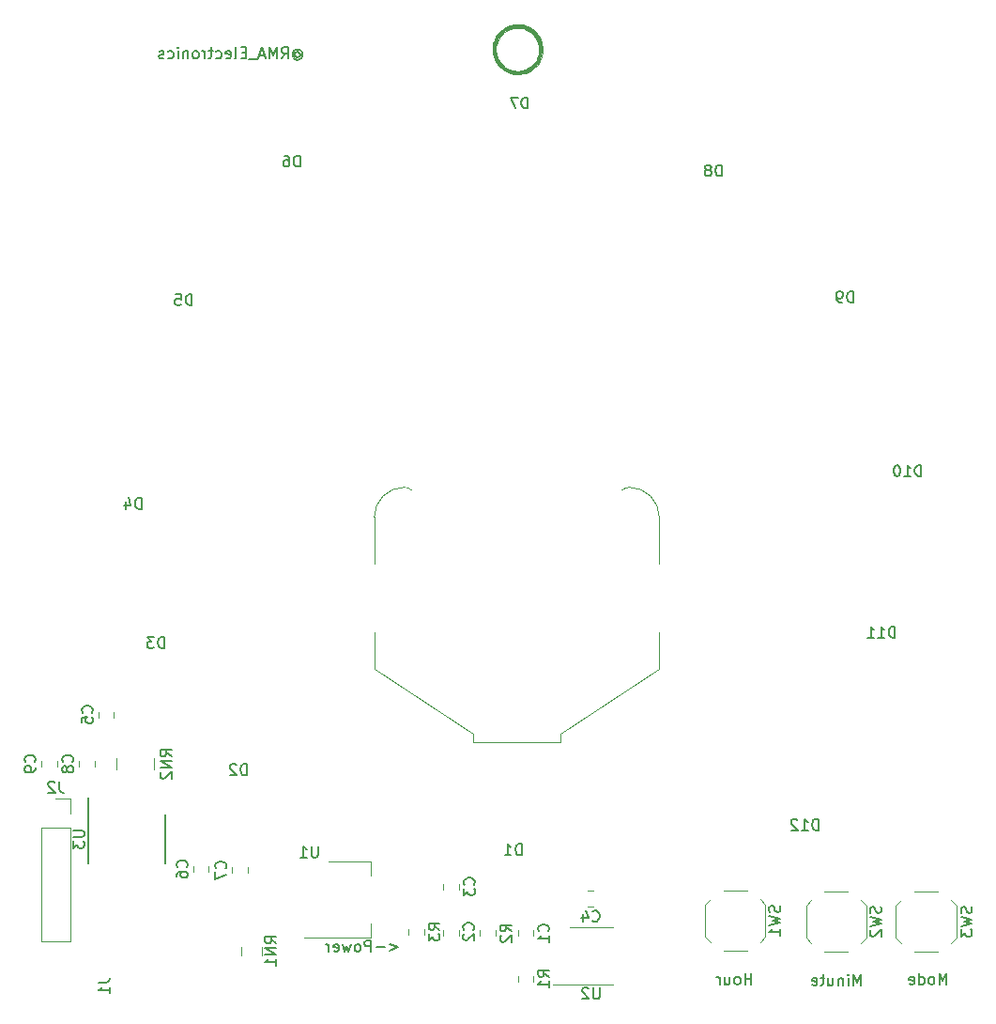
<source format=gbr>
G04 #@! TF.GenerationSoftware,KiCad,Pcbnew,5.1.5*
G04 #@! TF.CreationDate,2020-02-13T15:58:18-06:00*
G04 #@! TF.ProjectId,FJE Badge,464a4520-4261-4646-9765-2e6b69636164,rev?*
G04 #@! TF.SameCoordinates,Original*
G04 #@! TF.FileFunction,Legend,Bot*
G04 #@! TF.FilePolarity,Positive*
%FSLAX46Y46*%
G04 Gerber Fmt 4.6, Leading zero omitted, Abs format (unit mm)*
G04 Created by KiCad (PCBNEW 5.1.5) date 2020-02-13 15:58:18*
%MOMM*%
%LPD*%
G04 APERTURE LIST*
%ADD10C,0.150000*%
%ADD11C,0.010000*%
%ADD12C,0.120000*%
G04 APERTURE END LIST*
D10*
X135609523Y-57126190D02*
X135657142Y-57078571D01*
X135752380Y-57030952D01*
X135847619Y-57030952D01*
X135942857Y-57078571D01*
X135990476Y-57126190D01*
X136038095Y-57221428D01*
X136038095Y-57316666D01*
X135990476Y-57411904D01*
X135942857Y-57459523D01*
X135847619Y-57507142D01*
X135752380Y-57507142D01*
X135657142Y-57459523D01*
X135609523Y-57411904D01*
X135609523Y-57030952D02*
X135609523Y-57411904D01*
X135561904Y-57459523D01*
X135514285Y-57459523D01*
X135419047Y-57411904D01*
X135371428Y-57316666D01*
X135371428Y-57078571D01*
X135466666Y-56935714D01*
X135609523Y-56840476D01*
X135800000Y-56792857D01*
X135990476Y-56840476D01*
X136133333Y-56935714D01*
X136228571Y-57078571D01*
X136276190Y-57269047D01*
X136228571Y-57459523D01*
X136133333Y-57602380D01*
X135990476Y-57697619D01*
X135800000Y-57745238D01*
X135609523Y-57697619D01*
X135466666Y-57602380D01*
X134371428Y-57602380D02*
X134704761Y-57126190D01*
X134942857Y-57602380D02*
X134942857Y-56602380D01*
X134561904Y-56602380D01*
X134466666Y-56650000D01*
X134419047Y-56697619D01*
X134371428Y-56792857D01*
X134371428Y-56935714D01*
X134419047Y-57030952D01*
X134466666Y-57078571D01*
X134561904Y-57126190D01*
X134942857Y-57126190D01*
X133942857Y-57602380D02*
X133942857Y-56602380D01*
X133609523Y-57316666D01*
X133276190Y-56602380D01*
X133276190Y-57602380D01*
X132847619Y-57316666D02*
X132371428Y-57316666D01*
X132942857Y-57602380D02*
X132609523Y-56602380D01*
X132276190Y-57602380D01*
X132180952Y-57697619D02*
X131419047Y-57697619D01*
X131180952Y-57078571D02*
X130847619Y-57078571D01*
X130704761Y-57602380D02*
X131180952Y-57602380D01*
X131180952Y-56602380D01*
X130704761Y-56602380D01*
X130133333Y-57602380D02*
X130228571Y-57554761D01*
X130276190Y-57459523D01*
X130276190Y-56602380D01*
X129371428Y-57554761D02*
X129466666Y-57602380D01*
X129657142Y-57602380D01*
X129752380Y-57554761D01*
X129800000Y-57459523D01*
X129800000Y-57078571D01*
X129752380Y-56983333D01*
X129657142Y-56935714D01*
X129466666Y-56935714D01*
X129371428Y-56983333D01*
X129323809Y-57078571D01*
X129323809Y-57173809D01*
X129800000Y-57269047D01*
X128466666Y-57554761D02*
X128561904Y-57602380D01*
X128752380Y-57602380D01*
X128847619Y-57554761D01*
X128895238Y-57507142D01*
X128942857Y-57411904D01*
X128942857Y-57126190D01*
X128895238Y-57030952D01*
X128847619Y-56983333D01*
X128752380Y-56935714D01*
X128561904Y-56935714D01*
X128466666Y-56983333D01*
X128180952Y-56935714D02*
X127800000Y-56935714D01*
X128038095Y-56602380D02*
X128038095Y-57459523D01*
X127990476Y-57554761D01*
X127895238Y-57602380D01*
X127800000Y-57602380D01*
X127466666Y-57602380D02*
X127466666Y-56935714D01*
X127466666Y-57126190D02*
X127419047Y-57030952D01*
X127371428Y-56983333D01*
X127276190Y-56935714D01*
X127180952Y-56935714D01*
X126704761Y-57602380D02*
X126800000Y-57554761D01*
X126847619Y-57507142D01*
X126895238Y-57411904D01*
X126895238Y-57126190D01*
X126847619Y-57030952D01*
X126800000Y-56983333D01*
X126704761Y-56935714D01*
X126561904Y-56935714D01*
X126466666Y-56983333D01*
X126419047Y-57030952D01*
X126371428Y-57126190D01*
X126371428Y-57411904D01*
X126419047Y-57507142D01*
X126466666Y-57554761D01*
X126561904Y-57602380D01*
X126704761Y-57602380D01*
X125942857Y-56935714D02*
X125942857Y-57602380D01*
X125942857Y-57030952D02*
X125895238Y-56983333D01*
X125800000Y-56935714D01*
X125657142Y-56935714D01*
X125561904Y-56983333D01*
X125514285Y-57078571D01*
X125514285Y-57602380D01*
X125038095Y-57602380D02*
X125038095Y-56935714D01*
X125038095Y-56602380D02*
X125085714Y-56650000D01*
X125038095Y-56697619D01*
X124990476Y-56650000D01*
X125038095Y-56602380D01*
X125038095Y-56697619D01*
X124133333Y-57554761D02*
X124228571Y-57602380D01*
X124419047Y-57602380D01*
X124514285Y-57554761D01*
X124561904Y-57507142D01*
X124609523Y-57411904D01*
X124609523Y-57126190D01*
X124561904Y-57030952D01*
X124514285Y-56983333D01*
X124419047Y-56935714D01*
X124228571Y-56935714D01*
X124133333Y-56983333D01*
X123752380Y-57554761D02*
X123657142Y-57602380D01*
X123466666Y-57602380D01*
X123371428Y-57554761D01*
X123323809Y-57459523D01*
X123323809Y-57411904D01*
X123371428Y-57316666D01*
X123466666Y-57269047D01*
X123609523Y-57269047D01*
X123704761Y-57221428D01*
X123752380Y-57126190D01*
X123752380Y-57078571D01*
X123704761Y-56983333D01*
X123609523Y-56935714D01*
X123466666Y-56935714D01*
X123371428Y-56983333D01*
X176750000Y-141052380D02*
X176750000Y-140052380D01*
X176750000Y-140528571D02*
X176178571Y-140528571D01*
X176178571Y-141052380D02*
X176178571Y-140052380D01*
X175559523Y-141052380D02*
X175654761Y-141004761D01*
X175702380Y-140957142D01*
X175750000Y-140861904D01*
X175750000Y-140576190D01*
X175702380Y-140480952D01*
X175654761Y-140433333D01*
X175559523Y-140385714D01*
X175416666Y-140385714D01*
X175321428Y-140433333D01*
X175273809Y-140480952D01*
X175226190Y-140576190D01*
X175226190Y-140861904D01*
X175273809Y-140957142D01*
X175321428Y-141004761D01*
X175416666Y-141052380D01*
X175559523Y-141052380D01*
X174369047Y-140385714D02*
X174369047Y-141052380D01*
X174797619Y-140385714D02*
X174797619Y-140909523D01*
X174750000Y-141004761D01*
X174654761Y-141052380D01*
X174511904Y-141052380D01*
X174416666Y-141004761D01*
X174369047Y-140957142D01*
X173892857Y-141052380D02*
X173892857Y-140385714D01*
X173892857Y-140576190D02*
X173845238Y-140480952D01*
X173797619Y-140433333D01*
X173702380Y-140385714D01*
X173607142Y-140385714D01*
X186640476Y-141152380D02*
X186640476Y-140152380D01*
X186307142Y-140866666D01*
X185973809Y-140152380D01*
X185973809Y-141152380D01*
X185497619Y-141152380D02*
X185497619Y-140485714D01*
X185497619Y-140152380D02*
X185545238Y-140200000D01*
X185497619Y-140247619D01*
X185450000Y-140200000D01*
X185497619Y-140152380D01*
X185497619Y-140247619D01*
X185021428Y-140485714D02*
X185021428Y-141152380D01*
X185021428Y-140580952D02*
X184973809Y-140533333D01*
X184878571Y-140485714D01*
X184735714Y-140485714D01*
X184640476Y-140533333D01*
X184592857Y-140628571D01*
X184592857Y-141152380D01*
X183688095Y-140485714D02*
X183688095Y-141152380D01*
X184116666Y-140485714D02*
X184116666Y-141009523D01*
X184069047Y-141104761D01*
X183973809Y-141152380D01*
X183830952Y-141152380D01*
X183735714Y-141104761D01*
X183688095Y-141057142D01*
X183354761Y-140485714D02*
X182973809Y-140485714D01*
X183211904Y-140152380D02*
X183211904Y-141009523D01*
X183164285Y-141104761D01*
X183069047Y-141152380D01*
X182973809Y-141152380D01*
X182259523Y-141104761D02*
X182354761Y-141152380D01*
X182545238Y-141152380D01*
X182640476Y-141104761D01*
X182688095Y-141009523D01*
X182688095Y-140628571D01*
X182640476Y-140533333D01*
X182545238Y-140485714D01*
X182354761Y-140485714D01*
X182259523Y-140533333D01*
X182211904Y-140628571D01*
X182211904Y-140723809D01*
X182688095Y-140819047D01*
X194366666Y-141052380D02*
X194366666Y-140052380D01*
X194033333Y-140766666D01*
X193700000Y-140052380D01*
X193700000Y-141052380D01*
X193080952Y-141052380D02*
X193176190Y-141004761D01*
X193223809Y-140957142D01*
X193271428Y-140861904D01*
X193271428Y-140576190D01*
X193223809Y-140480952D01*
X193176190Y-140433333D01*
X193080952Y-140385714D01*
X192938095Y-140385714D01*
X192842857Y-140433333D01*
X192795238Y-140480952D01*
X192747619Y-140576190D01*
X192747619Y-140861904D01*
X192795238Y-140957142D01*
X192842857Y-141004761D01*
X192938095Y-141052380D01*
X193080952Y-141052380D01*
X191890476Y-141052380D02*
X191890476Y-140052380D01*
X191890476Y-141004761D02*
X191985714Y-141052380D01*
X192176190Y-141052380D01*
X192271428Y-141004761D01*
X192319047Y-140957142D01*
X192366666Y-140861904D01*
X192366666Y-140576190D01*
X192319047Y-140480952D01*
X192271428Y-140433333D01*
X192176190Y-140385714D01*
X191985714Y-140385714D01*
X191890476Y-140433333D01*
X191033333Y-141004761D02*
X191128571Y-141052380D01*
X191319047Y-141052380D01*
X191414285Y-141004761D01*
X191461904Y-140909523D01*
X191461904Y-140528571D01*
X191414285Y-140433333D01*
X191319047Y-140385714D01*
X191128571Y-140385714D01*
X191033333Y-140433333D01*
X190985714Y-140528571D01*
X190985714Y-140623809D01*
X191461904Y-140719047D01*
D11*
G36*
X156168207Y-54574160D02*
G01*
X156560583Y-54698435D01*
X156923019Y-54893163D01*
X157252801Y-55160444D01*
X157520040Y-55477347D01*
X157722131Y-55833691D01*
X157856466Y-56219297D01*
X157920437Y-56623986D01*
X157911438Y-57037576D01*
X157826861Y-57449888D01*
X157675009Y-57829397D01*
X157469551Y-58152699D01*
X157202316Y-58444276D01*
X156891030Y-58688973D01*
X156553422Y-58871636D01*
X156382553Y-58934274D01*
X156175302Y-58984347D01*
X155934182Y-59021974D01*
X155692336Y-59043602D01*
X155482903Y-59045677D01*
X155405833Y-59038988D01*
X155006820Y-58946360D01*
X154625178Y-58783843D01*
X154275799Y-58561227D01*
X153973570Y-58288304D01*
X153733382Y-57974866D01*
X153698753Y-57916429D01*
X153584838Y-57670113D01*
X153489783Y-57378790D01*
X153423354Y-57079015D01*
X153399913Y-56851846D01*
X153709446Y-56851846D01*
X153762696Y-57225333D01*
X153890790Y-57587477D01*
X154093644Y-57928256D01*
X154269372Y-58137575D01*
X154574071Y-58398887D01*
X154914507Y-58587051D01*
X155280931Y-58700333D01*
X155663599Y-58736999D01*
X156052763Y-58695315D01*
X156438678Y-58573546D01*
X156518173Y-58537742D01*
X156859048Y-58330295D01*
X157146631Y-58060554D01*
X157373792Y-57737199D01*
X157533403Y-57368912D01*
X157563440Y-57265019D01*
X157624600Y-56871297D01*
X157605461Y-56485340D01*
X157510376Y-56116382D01*
X157343701Y-55773658D01*
X157109790Y-55466402D01*
X156812997Y-55203846D01*
X156503418Y-55017184D01*
X156339673Y-54939885D01*
X156207400Y-54890724D01*
X156075108Y-54862132D01*
X155911307Y-54846538D01*
X155763918Y-54839419D01*
X155355368Y-54855491D01*
X154990857Y-54941021D01*
X154661074Y-55099727D01*
X154356706Y-55335323D01*
X154246590Y-55444919D01*
X153999613Y-55763553D01*
X153827820Y-56110934D01*
X153731126Y-56477039D01*
X153709446Y-56851846D01*
X153399913Y-56851846D01*
X153395320Y-56807343D01*
X153395000Y-56779666D01*
X153417218Y-56518777D01*
X153477483Y-56226841D01*
X153566209Y-55939360D01*
X153673808Y-55691839D01*
X153702692Y-55640095D01*
X153952156Y-55297252D01*
X154253164Y-55013919D01*
X154595341Y-54792505D01*
X154968310Y-54635415D01*
X155361695Y-54545057D01*
X155765119Y-54523836D01*
X156168207Y-54574160D01*
G37*
X156168207Y-54574160D02*
X156560583Y-54698435D01*
X156923019Y-54893163D01*
X157252801Y-55160444D01*
X157520040Y-55477347D01*
X157722131Y-55833691D01*
X157856466Y-56219297D01*
X157920437Y-56623986D01*
X157911438Y-57037576D01*
X157826861Y-57449888D01*
X157675009Y-57829397D01*
X157469551Y-58152699D01*
X157202316Y-58444276D01*
X156891030Y-58688973D01*
X156553422Y-58871636D01*
X156382553Y-58934274D01*
X156175302Y-58984347D01*
X155934182Y-59021974D01*
X155692336Y-59043602D01*
X155482903Y-59045677D01*
X155405833Y-59038988D01*
X155006820Y-58946360D01*
X154625178Y-58783843D01*
X154275799Y-58561227D01*
X153973570Y-58288304D01*
X153733382Y-57974866D01*
X153698753Y-57916429D01*
X153584838Y-57670113D01*
X153489783Y-57378790D01*
X153423354Y-57079015D01*
X153399913Y-56851846D01*
X153709446Y-56851846D01*
X153762696Y-57225333D01*
X153890790Y-57587477D01*
X154093644Y-57928256D01*
X154269372Y-58137575D01*
X154574071Y-58398887D01*
X154914507Y-58587051D01*
X155280931Y-58700333D01*
X155663599Y-58736999D01*
X156052763Y-58695315D01*
X156438678Y-58573546D01*
X156518173Y-58537742D01*
X156859048Y-58330295D01*
X157146631Y-58060554D01*
X157373792Y-57737199D01*
X157533403Y-57368912D01*
X157563440Y-57265019D01*
X157624600Y-56871297D01*
X157605461Y-56485340D01*
X157510376Y-56116382D01*
X157343701Y-55773658D01*
X157109790Y-55466402D01*
X156812997Y-55203846D01*
X156503418Y-55017184D01*
X156339673Y-54939885D01*
X156207400Y-54890724D01*
X156075108Y-54862132D01*
X155911307Y-54846538D01*
X155763918Y-54839419D01*
X155355368Y-54855491D01*
X154990857Y-54941021D01*
X154661074Y-55099727D01*
X154356706Y-55335323D01*
X154246590Y-55444919D01*
X153999613Y-55763553D01*
X153827820Y-56110934D01*
X153731126Y-56477039D01*
X153709446Y-56851846D01*
X153399913Y-56851846D01*
X153395320Y-56807343D01*
X153395000Y-56779666D01*
X153417218Y-56518777D01*
X153477483Y-56226841D01*
X153566209Y-55939360D01*
X153673808Y-55691839D01*
X153702692Y-55640095D01*
X153952156Y-55297252D01*
X154253164Y-55013919D01*
X154595341Y-54792505D01*
X154968310Y-54635415D01*
X155361695Y-54545057D01*
X155765119Y-54523836D01*
X156168207Y-54574160D01*
D12*
X165078249Y-96528249D02*
G75*
G02X165750000Y-96250000I671751J-671751D01*
G01*
X146121751Y-96528249D02*
G75*
G03X145450000Y-96250000I-671751J-671751D01*
G01*
X142750000Y-98950000D02*
G75*
G02X145450000Y-96250000I2700000J0D01*
G01*
X168450000Y-98950000D02*
G75*
G03X165750000Y-96250000I-2700000J0D01*
G01*
X168450000Y-103100000D02*
X168450000Y-98900000D01*
X142750000Y-103100000D02*
X142750000Y-98900000D01*
X168450000Y-112600000D02*
X168450000Y-109300000D01*
X159550000Y-118450000D02*
X168450000Y-112600000D01*
X159550000Y-119250000D02*
X159550000Y-118450000D01*
X151650000Y-119250000D02*
X159550000Y-119250000D01*
X151650000Y-119250000D02*
X151650000Y-118450000D01*
X151650000Y-118450000D02*
X142750000Y-112600000D01*
X142750000Y-112600000D02*
X142750000Y-109300000D01*
X157110000Y-136696078D02*
X157110000Y-136178922D01*
X155690000Y-136696078D02*
X155690000Y-136178922D01*
X148990000Y-136178922D02*
X148990000Y-136696078D01*
X150410000Y-136178922D02*
X150410000Y-136696078D01*
X148990000Y-132496078D02*
X148990000Y-131978922D01*
X150410000Y-132496078D02*
X150410000Y-131978922D01*
X162003922Y-132590000D02*
X162521078Y-132590000D01*
X162003922Y-134010000D02*
X162521078Y-134010000D01*
X117840000Y-116478922D02*
X117840000Y-116996078D01*
X119260000Y-116478922D02*
X119260000Y-116996078D01*
X127810000Y-130403922D02*
X127810000Y-130921078D01*
X126390000Y-130403922D02*
X126390000Y-130921078D01*
X129890000Y-130503922D02*
X129890000Y-131021078D01*
X131310000Y-130503922D02*
X131310000Y-131021078D01*
X117510000Y-120903922D02*
X117510000Y-121421078D01*
X116090000Y-120903922D02*
X116090000Y-121421078D01*
X112690000Y-120903922D02*
X112690000Y-121421078D01*
X114110000Y-120903922D02*
X114110000Y-121421078D01*
X115330000Y-137140000D02*
X112670000Y-137140000D01*
X115330000Y-126920000D02*
X115330000Y-137140000D01*
X112670000Y-126920000D02*
X112670000Y-137140000D01*
X115330000Y-126920000D02*
X112670000Y-126920000D01*
X115330000Y-125650000D02*
X115330000Y-124320000D01*
X115330000Y-124320000D02*
X114000000Y-124320000D01*
X155690000Y-140796078D02*
X155690000Y-140278922D01*
X157110000Y-140796078D02*
X157110000Y-140278922D01*
X153710000Y-136696078D02*
X153710000Y-136178922D01*
X152290000Y-136696078D02*
X152290000Y-136178922D01*
X130780000Y-137650000D02*
X130780000Y-138450000D01*
X132620000Y-137650000D02*
X132620000Y-138450000D01*
X119520000Y-120700000D02*
X119520000Y-121700000D01*
X122880000Y-120700000D02*
X122880000Y-121700000D01*
X174260000Y-138020000D02*
X176340000Y-138020000D01*
X178020000Y-133850000D02*
X177530000Y-133360000D01*
X174260000Y-132580000D02*
X176340000Y-132580000D01*
X178020000Y-136750000D02*
X177530000Y-137240000D01*
X178020000Y-136750000D02*
X178020000Y-133850000D01*
X172580000Y-136750000D02*
X173070000Y-137240000D01*
X172580000Y-136750000D02*
X172580000Y-133850000D01*
X172580000Y-133850000D02*
X173070000Y-133360000D01*
X181680000Y-133950000D02*
X182170000Y-133460000D01*
X181680000Y-136850000D02*
X181680000Y-133950000D01*
X181680000Y-136850000D02*
X182170000Y-137340000D01*
X187120000Y-136850000D02*
X187120000Y-133950000D01*
X187120000Y-136850000D02*
X186630000Y-137340000D01*
X183360000Y-132680000D02*
X185440000Y-132680000D01*
X187120000Y-133950000D02*
X186630000Y-133460000D01*
X183360000Y-138120000D02*
X185440000Y-138120000D01*
X193540000Y-132680000D02*
X191460000Y-132680000D01*
X189780000Y-136850000D02*
X190270000Y-137340000D01*
X193540000Y-138120000D02*
X191460000Y-138120000D01*
X189780000Y-133950000D02*
X190270000Y-133460000D01*
X189780000Y-133950000D02*
X189780000Y-136850000D01*
X195220000Y-133950000D02*
X194730000Y-133460000D01*
X195220000Y-133950000D02*
X195220000Y-136850000D01*
X195220000Y-136850000D02*
X194730000Y-137340000D01*
X142410000Y-129990000D02*
X142410000Y-131250000D01*
X142410000Y-136810000D02*
X142410000Y-135550000D01*
X138650000Y-129990000D02*
X142410000Y-129990000D01*
X136400000Y-136810000D02*
X142410000Y-136810000D01*
X158850000Y-141060000D02*
X164250000Y-141060000D01*
X160350000Y-135940000D02*
X164250000Y-135940000D01*
D10*
X123875000Y-125725000D02*
X123875000Y-130175000D01*
X116975000Y-124200000D02*
X116975000Y-130175000D01*
D12*
X147260000Y-136103922D02*
X147260000Y-136621078D01*
X145840000Y-136103922D02*
X145840000Y-136621078D01*
D10*
X156038095Y-129402380D02*
X156038095Y-128402380D01*
X155800000Y-128402380D01*
X155657142Y-128450000D01*
X155561904Y-128545238D01*
X155514285Y-128640476D01*
X155466666Y-128830952D01*
X155466666Y-128973809D01*
X155514285Y-129164285D01*
X155561904Y-129259523D01*
X155657142Y-129354761D01*
X155800000Y-129402380D01*
X156038095Y-129402380D01*
X154514285Y-129402380D02*
X155085714Y-129402380D01*
X154800000Y-129402380D02*
X154800000Y-128402380D01*
X154895238Y-128545238D01*
X154990476Y-128640476D01*
X155085714Y-128688095D01*
X158407142Y-136270833D02*
X158454761Y-136223214D01*
X158502380Y-136080357D01*
X158502380Y-135985119D01*
X158454761Y-135842261D01*
X158359523Y-135747023D01*
X158264285Y-135699404D01*
X158073809Y-135651785D01*
X157930952Y-135651785D01*
X157740476Y-135699404D01*
X157645238Y-135747023D01*
X157550000Y-135842261D01*
X157502380Y-135985119D01*
X157502380Y-136080357D01*
X157550000Y-136223214D01*
X157597619Y-136270833D01*
X158502380Y-137223214D02*
X158502380Y-136651785D01*
X158502380Y-136937500D02*
X157502380Y-136937500D01*
X157645238Y-136842261D01*
X157740476Y-136747023D01*
X157788095Y-136651785D01*
X151657142Y-136133333D02*
X151704761Y-136085714D01*
X151752380Y-135942857D01*
X151752380Y-135847619D01*
X151704761Y-135704761D01*
X151609523Y-135609523D01*
X151514285Y-135561904D01*
X151323809Y-135514285D01*
X151180952Y-135514285D01*
X150990476Y-135561904D01*
X150895238Y-135609523D01*
X150800000Y-135704761D01*
X150752380Y-135847619D01*
X150752380Y-135942857D01*
X150800000Y-136085714D01*
X150847619Y-136133333D01*
X150847619Y-136514285D02*
X150800000Y-136561904D01*
X150752380Y-136657142D01*
X150752380Y-136895238D01*
X150800000Y-136990476D01*
X150847619Y-137038095D01*
X150942857Y-137085714D01*
X151038095Y-137085714D01*
X151180952Y-137038095D01*
X151752380Y-136466666D01*
X151752380Y-137085714D01*
X151707142Y-132070833D02*
X151754761Y-132023214D01*
X151802380Y-131880357D01*
X151802380Y-131785119D01*
X151754761Y-131642261D01*
X151659523Y-131547023D01*
X151564285Y-131499404D01*
X151373809Y-131451785D01*
X151230952Y-131451785D01*
X151040476Y-131499404D01*
X150945238Y-131547023D01*
X150850000Y-131642261D01*
X150802380Y-131785119D01*
X150802380Y-131880357D01*
X150850000Y-132023214D01*
X150897619Y-132070833D01*
X150802380Y-132404166D02*
X150802380Y-133023214D01*
X151183333Y-132689880D01*
X151183333Y-132832738D01*
X151230952Y-132927976D01*
X151278571Y-132975595D01*
X151373809Y-133023214D01*
X151611904Y-133023214D01*
X151707142Y-132975595D01*
X151754761Y-132927976D01*
X151802380Y-132832738D01*
X151802380Y-132547023D01*
X151754761Y-132451785D01*
X151707142Y-132404166D01*
X162429166Y-135307142D02*
X162476785Y-135354761D01*
X162619642Y-135402380D01*
X162714880Y-135402380D01*
X162857738Y-135354761D01*
X162952976Y-135259523D01*
X163000595Y-135164285D01*
X163048214Y-134973809D01*
X163048214Y-134830952D01*
X163000595Y-134640476D01*
X162952976Y-134545238D01*
X162857738Y-134450000D01*
X162714880Y-134402380D01*
X162619642Y-134402380D01*
X162476785Y-134450000D01*
X162429166Y-134497619D01*
X161572023Y-134735714D02*
X161572023Y-135402380D01*
X161810119Y-134354761D02*
X162048214Y-135069047D01*
X161429166Y-135069047D01*
X117257142Y-116570833D02*
X117304761Y-116523214D01*
X117352380Y-116380357D01*
X117352380Y-116285119D01*
X117304761Y-116142261D01*
X117209523Y-116047023D01*
X117114285Y-115999404D01*
X116923809Y-115951785D01*
X116780952Y-115951785D01*
X116590476Y-115999404D01*
X116495238Y-116047023D01*
X116400000Y-116142261D01*
X116352380Y-116285119D01*
X116352380Y-116380357D01*
X116400000Y-116523214D01*
X116447619Y-116570833D01*
X116352380Y-117475595D02*
X116352380Y-116999404D01*
X116828571Y-116951785D01*
X116780952Y-116999404D01*
X116733333Y-117094642D01*
X116733333Y-117332738D01*
X116780952Y-117427976D01*
X116828571Y-117475595D01*
X116923809Y-117523214D01*
X117161904Y-117523214D01*
X117257142Y-117475595D01*
X117304761Y-117427976D01*
X117352380Y-117332738D01*
X117352380Y-117094642D01*
X117304761Y-116999404D01*
X117257142Y-116951785D01*
X125807142Y-130495833D02*
X125854761Y-130448214D01*
X125902380Y-130305357D01*
X125902380Y-130210119D01*
X125854761Y-130067261D01*
X125759523Y-129972023D01*
X125664285Y-129924404D01*
X125473809Y-129876785D01*
X125330952Y-129876785D01*
X125140476Y-129924404D01*
X125045238Y-129972023D01*
X124950000Y-130067261D01*
X124902380Y-130210119D01*
X124902380Y-130305357D01*
X124950000Y-130448214D01*
X124997619Y-130495833D01*
X124902380Y-131352976D02*
X124902380Y-131162500D01*
X124950000Y-131067261D01*
X124997619Y-131019642D01*
X125140476Y-130924404D01*
X125330952Y-130876785D01*
X125711904Y-130876785D01*
X125807142Y-130924404D01*
X125854761Y-130972023D01*
X125902380Y-131067261D01*
X125902380Y-131257738D01*
X125854761Y-131352976D01*
X125807142Y-131400595D01*
X125711904Y-131448214D01*
X125473809Y-131448214D01*
X125378571Y-131400595D01*
X125330952Y-131352976D01*
X125283333Y-131257738D01*
X125283333Y-131067261D01*
X125330952Y-130972023D01*
X125378571Y-130924404D01*
X125473809Y-130876785D01*
X129307142Y-130595833D02*
X129354761Y-130548214D01*
X129402380Y-130405357D01*
X129402380Y-130310119D01*
X129354761Y-130167261D01*
X129259523Y-130072023D01*
X129164285Y-130024404D01*
X128973809Y-129976785D01*
X128830952Y-129976785D01*
X128640476Y-130024404D01*
X128545238Y-130072023D01*
X128450000Y-130167261D01*
X128402380Y-130310119D01*
X128402380Y-130405357D01*
X128450000Y-130548214D01*
X128497619Y-130595833D01*
X128402380Y-130929166D02*
X128402380Y-131595833D01*
X129402380Y-131167261D01*
X115507142Y-120995833D02*
X115554761Y-120948214D01*
X115602380Y-120805357D01*
X115602380Y-120710119D01*
X115554761Y-120567261D01*
X115459523Y-120472023D01*
X115364285Y-120424404D01*
X115173809Y-120376785D01*
X115030952Y-120376785D01*
X114840476Y-120424404D01*
X114745238Y-120472023D01*
X114650000Y-120567261D01*
X114602380Y-120710119D01*
X114602380Y-120805357D01*
X114650000Y-120948214D01*
X114697619Y-120995833D01*
X115030952Y-121567261D02*
X114983333Y-121472023D01*
X114935714Y-121424404D01*
X114840476Y-121376785D01*
X114792857Y-121376785D01*
X114697619Y-121424404D01*
X114650000Y-121472023D01*
X114602380Y-121567261D01*
X114602380Y-121757738D01*
X114650000Y-121852976D01*
X114697619Y-121900595D01*
X114792857Y-121948214D01*
X114840476Y-121948214D01*
X114935714Y-121900595D01*
X114983333Y-121852976D01*
X115030952Y-121757738D01*
X115030952Y-121567261D01*
X115078571Y-121472023D01*
X115126190Y-121424404D01*
X115221428Y-121376785D01*
X115411904Y-121376785D01*
X115507142Y-121424404D01*
X115554761Y-121472023D01*
X115602380Y-121567261D01*
X115602380Y-121757738D01*
X115554761Y-121852976D01*
X115507142Y-121900595D01*
X115411904Y-121948214D01*
X115221428Y-121948214D01*
X115126190Y-121900595D01*
X115078571Y-121852976D01*
X115030952Y-121757738D01*
X112107142Y-120995833D02*
X112154761Y-120948214D01*
X112202380Y-120805357D01*
X112202380Y-120710119D01*
X112154761Y-120567261D01*
X112059523Y-120472023D01*
X111964285Y-120424404D01*
X111773809Y-120376785D01*
X111630952Y-120376785D01*
X111440476Y-120424404D01*
X111345238Y-120472023D01*
X111250000Y-120567261D01*
X111202380Y-120710119D01*
X111202380Y-120805357D01*
X111250000Y-120948214D01*
X111297619Y-120995833D01*
X112202380Y-121472023D02*
X112202380Y-121662500D01*
X112154761Y-121757738D01*
X112107142Y-121805357D01*
X111964285Y-121900595D01*
X111773809Y-121948214D01*
X111392857Y-121948214D01*
X111297619Y-121900595D01*
X111250000Y-121852976D01*
X111202380Y-121757738D01*
X111202380Y-121567261D01*
X111250000Y-121472023D01*
X111297619Y-121424404D01*
X111392857Y-121376785D01*
X111630952Y-121376785D01*
X111726190Y-121424404D01*
X111773809Y-121472023D01*
X111821428Y-121567261D01*
X111821428Y-121757738D01*
X111773809Y-121852976D01*
X111726190Y-121900595D01*
X111630952Y-121948214D01*
X131238095Y-122202380D02*
X131238095Y-121202380D01*
X131000000Y-121202380D01*
X130857142Y-121250000D01*
X130761904Y-121345238D01*
X130714285Y-121440476D01*
X130666666Y-121630952D01*
X130666666Y-121773809D01*
X130714285Y-121964285D01*
X130761904Y-122059523D01*
X130857142Y-122154761D01*
X131000000Y-122202380D01*
X131238095Y-122202380D01*
X130285714Y-121297619D02*
X130238095Y-121250000D01*
X130142857Y-121202380D01*
X129904761Y-121202380D01*
X129809523Y-121250000D01*
X129761904Y-121297619D01*
X129714285Y-121392857D01*
X129714285Y-121488095D01*
X129761904Y-121630952D01*
X130333333Y-122202380D01*
X129714285Y-122202380D01*
X123788095Y-110752380D02*
X123788095Y-109752380D01*
X123550000Y-109752380D01*
X123407142Y-109800000D01*
X123311904Y-109895238D01*
X123264285Y-109990476D01*
X123216666Y-110180952D01*
X123216666Y-110323809D01*
X123264285Y-110514285D01*
X123311904Y-110609523D01*
X123407142Y-110704761D01*
X123550000Y-110752380D01*
X123788095Y-110752380D01*
X122883333Y-109752380D02*
X122264285Y-109752380D01*
X122597619Y-110133333D01*
X122454761Y-110133333D01*
X122359523Y-110180952D01*
X122311904Y-110228571D01*
X122264285Y-110323809D01*
X122264285Y-110561904D01*
X122311904Y-110657142D01*
X122359523Y-110704761D01*
X122454761Y-110752380D01*
X122740476Y-110752380D01*
X122835714Y-110704761D01*
X122883333Y-110657142D01*
X121738095Y-98202380D02*
X121738095Y-97202380D01*
X121500000Y-97202380D01*
X121357142Y-97250000D01*
X121261904Y-97345238D01*
X121214285Y-97440476D01*
X121166666Y-97630952D01*
X121166666Y-97773809D01*
X121214285Y-97964285D01*
X121261904Y-98059523D01*
X121357142Y-98154761D01*
X121500000Y-98202380D01*
X121738095Y-98202380D01*
X120309523Y-97535714D02*
X120309523Y-98202380D01*
X120547619Y-97154761D02*
X120785714Y-97869047D01*
X120166666Y-97869047D01*
X126288095Y-79852380D02*
X126288095Y-78852380D01*
X126050000Y-78852380D01*
X125907142Y-78900000D01*
X125811904Y-78995238D01*
X125764285Y-79090476D01*
X125716666Y-79280952D01*
X125716666Y-79423809D01*
X125764285Y-79614285D01*
X125811904Y-79709523D01*
X125907142Y-79804761D01*
X126050000Y-79852380D01*
X126288095Y-79852380D01*
X124811904Y-78852380D02*
X125288095Y-78852380D01*
X125335714Y-79328571D01*
X125288095Y-79280952D01*
X125192857Y-79233333D01*
X124954761Y-79233333D01*
X124859523Y-79280952D01*
X124811904Y-79328571D01*
X124764285Y-79423809D01*
X124764285Y-79661904D01*
X124811904Y-79757142D01*
X124859523Y-79804761D01*
X124954761Y-79852380D01*
X125192857Y-79852380D01*
X125288095Y-79804761D01*
X125335714Y-79757142D01*
X136038095Y-67352380D02*
X136038095Y-66352380D01*
X135800000Y-66352380D01*
X135657142Y-66400000D01*
X135561904Y-66495238D01*
X135514285Y-66590476D01*
X135466666Y-66780952D01*
X135466666Y-66923809D01*
X135514285Y-67114285D01*
X135561904Y-67209523D01*
X135657142Y-67304761D01*
X135800000Y-67352380D01*
X136038095Y-67352380D01*
X134609523Y-66352380D02*
X134800000Y-66352380D01*
X134895238Y-66400000D01*
X134942857Y-66447619D01*
X135038095Y-66590476D01*
X135085714Y-66780952D01*
X135085714Y-67161904D01*
X135038095Y-67257142D01*
X134990476Y-67304761D01*
X134895238Y-67352380D01*
X134704761Y-67352380D01*
X134609523Y-67304761D01*
X134561904Y-67257142D01*
X134514285Y-67161904D01*
X134514285Y-66923809D01*
X134561904Y-66828571D01*
X134609523Y-66780952D01*
X134704761Y-66733333D01*
X134895238Y-66733333D01*
X134990476Y-66780952D01*
X135038095Y-66828571D01*
X135085714Y-66923809D01*
X156588095Y-62102380D02*
X156588095Y-61102380D01*
X156350000Y-61102380D01*
X156207142Y-61150000D01*
X156111904Y-61245238D01*
X156064285Y-61340476D01*
X156016666Y-61530952D01*
X156016666Y-61673809D01*
X156064285Y-61864285D01*
X156111904Y-61959523D01*
X156207142Y-62054761D01*
X156350000Y-62102380D01*
X156588095Y-62102380D01*
X155683333Y-61102380D02*
X155016666Y-61102380D01*
X155445238Y-62102380D01*
X174088095Y-68202380D02*
X174088095Y-67202380D01*
X173850000Y-67202380D01*
X173707142Y-67250000D01*
X173611904Y-67345238D01*
X173564285Y-67440476D01*
X173516666Y-67630952D01*
X173516666Y-67773809D01*
X173564285Y-67964285D01*
X173611904Y-68059523D01*
X173707142Y-68154761D01*
X173850000Y-68202380D01*
X174088095Y-68202380D01*
X172945238Y-67630952D02*
X173040476Y-67583333D01*
X173088095Y-67535714D01*
X173135714Y-67440476D01*
X173135714Y-67392857D01*
X173088095Y-67297619D01*
X173040476Y-67250000D01*
X172945238Y-67202380D01*
X172754761Y-67202380D01*
X172659523Y-67250000D01*
X172611904Y-67297619D01*
X172564285Y-67392857D01*
X172564285Y-67440476D01*
X172611904Y-67535714D01*
X172659523Y-67583333D01*
X172754761Y-67630952D01*
X172945238Y-67630952D01*
X173040476Y-67678571D01*
X173088095Y-67726190D01*
X173135714Y-67821428D01*
X173135714Y-68011904D01*
X173088095Y-68107142D01*
X173040476Y-68154761D01*
X172945238Y-68202380D01*
X172754761Y-68202380D01*
X172659523Y-68154761D01*
X172611904Y-68107142D01*
X172564285Y-68011904D01*
X172564285Y-67821428D01*
X172611904Y-67726190D01*
X172659523Y-67678571D01*
X172754761Y-67630952D01*
X185938095Y-79602380D02*
X185938095Y-78602380D01*
X185700000Y-78602380D01*
X185557142Y-78650000D01*
X185461904Y-78745238D01*
X185414285Y-78840476D01*
X185366666Y-79030952D01*
X185366666Y-79173809D01*
X185414285Y-79364285D01*
X185461904Y-79459523D01*
X185557142Y-79554761D01*
X185700000Y-79602380D01*
X185938095Y-79602380D01*
X184890476Y-79602380D02*
X184700000Y-79602380D01*
X184604761Y-79554761D01*
X184557142Y-79507142D01*
X184461904Y-79364285D01*
X184414285Y-79173809D01*
X184414285Y-78792857D01*
X184461904Y-78697619D01*
X184509523Y-78650000D01*
X184604761Y-78602380D01*
X184795238Y-78602380D01*
X184890476Y-78650000D01*
X184938095Y-78697619D01*
X184985714Y-78792857D01*
X184985714Y-79030952D01*
X184938095Y-79126190D01*
X184890476Y-79173809D01*
X184795238Y-79221428D01*
X184604761Y-79221428D01*
X184509523Y-79173809D01*
X184461904Y-79126190D01*
X184414285Y-79030952D01*
X192064285Y-95252380D02*
X192064285Y-94252380D01*
X191826190Y-94252380D01*
X191683333Y-94300000D01*
X191588095Y-94395238D01*
X191540476Y-94490476D01*
X191492857Y-94680952D01*
X191492857Y-94823809D01*
X191540476Y-95014285D01*
X191588095Y-95109523D01*
X191683333Y-95204761D01*
X191826190Y-95252380D01*
X192064285Y-95252380D01*
X190540476Y-95252380D02*
X191111904Y-95252380D01*
X190826190Y-95252380D02*
X190826190Y-94252380D01*
X190921428Y-94395238D01*
X191016666Y-94490476D01*
X191111904Y-94538095D01*
X189921428Y-94252380D02*
X189826190Y-94252380D01*
X189730952Y-94300000D01*
X189683333Y-94347619D01*
X189635714Y-94442857D01*
X189588095Y-94633333D01*
X189588095Y-94871428D01*
X189635714Y-95061904D01*
X189683333Y-95157142D01*
X189730952Y-95204761D01*
X189826190Y-95252380D01*
X189921428Y-95252380D01*
X190016666Y-95204761D01*
X190064285Y-95157142D01*
X190111904Y-95061904D01*
X190159523Y-94871428D01*
X190159523Y-94633333D01*
X190111904Y-94442857D01*
X190064285Y-94347619D01*
X190016666Y-94300000D01*
X189921428Y-94252380D01*
X189714285Y-109802380D02*
X189714285Y-108802380D01*
X189476190Y-108802380D01*
X189333333Y-108850000D01*
X189238095Y-108945238D01*
X189190476Y-109040476D01*
X189142857Y-109230952D01*
X189142857Y-109373809D01*
X189190476Y-109564285D01*
X189238095Y-109659523D01*
X189333333Y-109754761D01*
X189476190Y-109802380D01*
X189714285Y-109802380D01*
X188190476Y-109802380D02*
X188761904Y-109802380D01*
X188476190Y-109802380D02*
X188476190Y-108802380D01*
X188571428Y-108945238D01*
X188666666Y-109040476D01*
X188761904Y-109088095D01*
X187238095Y-109802380D02*
X187809523Y-109802380D01*
X187523809Y-109802380D02*
X187523809Y-108802380D01*
X187619047Y-108945238D01*
X187714285Y-109040476D01*
X187809523Y-109088095D01*
X182814285Y-127152380D02*
X182814285Y-126152380D01*
X182576190Y-126152380D01*
X182433333Y-126200000D01*
X182338095Y-126295238D01*
X182290476Y-126390476D01*
X182242857Y-126580952D01*
X182242857Y-126723809D01*
X182290476Y-126914285D01*
X182338095Y-127009523D01*
X182433333Y-127104761D01*
X182576190Y-127152380D01*
X182814285Y-127152380D01*
X181290476Y-127152380D02*
X181861904Y-127152380D01*
X181576190Y-127152380D02*
X181576190Y-126152380D01*
X181671428Y-126295238D01*
X181766666Y-126390476D01*
X181861904Y-126438095D01*
X180909523Y-126247619D02*
X180861904Y-126200000D01*
X180766666Y-126152380D01*
X180528571Y-126152380D01*
X180433333Y-126200000D01*
X180385714Y-126247619D01*
X180338095Y-126342857D01*
X180338095Y-126438095D01*
X180385714Y-126580952D01*
X180957142Y-127152380D01*
X180338095Y-127152380D01*
X117857380Y-140866666D02*
X118571666Y-140866666D01*
X118714523Y-140819047D01*
X118809761Y-140723809D01*
X118857380Y-140580952D01*
X118857380Y-140485714D01*
X118857380Y-141866666D02*
X118857380Y-141295238D01*
X118857380Y-141580952D02*
X117857380Y-141580952D01*
X118000238Y-141485714D01*
X118095476Y-141390476D01*
X118143095Y-141295238D01*
X114333333Y-122772380D02*
X114333333Y-123486666D01*
X114380952Y-123629523D01*
X114476190Y-123724761D01*
X114619047Y-123772380D01*
X114714285Y-123772380D01*
X113904761Y-122867619D02*
X113857142Y-122820000D01*
X113761904Y-122772380D01*
X113523809Y-122772380D01*
X113428571Y-122820000D01*
X113380952Y-122867619D01*
X113333333Y-122962857D01*
X113333333Y-123058095D01*
X113380952Y-123200952D01*
X113952380Y-123772380D01*
X113333333Y-123772380D01*
X144152380Y-137435714D02*
X144914285Y-137721428D01*
X144152380Y-138007142D01*
X143676190Y-137721428D02*
X142914285Y-137721428D01*
X142438095Y-138102380D02*
X142438095Y-137102380D01*
X142057142Y-137102380D01*
X141961904Y-137150000D01*
X141914285Y-137197619D01*
X141866666Y-137292857D01*
X141866666Y-137435714D01*
X141914285Y-137530952D01*
X141961904Y-137578571D01*
X142057142Y-137626190D01*
X142438095Y-137626190D01*
X141295238Y-138102380D02*
X141390476Y-138054761D01*
X141438095Y-138007142D01*
X141485714Y-137911904D01*
X141485714Y-137626190D01*
X141438095Y-137530952D01*
X141390476Y-137483333D01*
X141295238Y-137435714D01*
X141152380Y-137435714D01*
X141057142Y-137483333D01*
X141009523Y-137530952D01*
X140961904Y-137626190D01*
X140961904Y-137911904D01*
X141009523Y-138007142D01*
X141057142Y-138054761D01*
X141152380Y-138102380D01*
X141295238Y-138102380D01*
X140628571Y-137435714D02*
X140438095Y-138102380D01*
X140247619Y-137626190D01*
X140057142Y-138102380D01*
X139866666Y-137435714D01*
X139104761Y-138054761D02*
X139200000Y-138102380D01*
X139390476Y-138102380D01*
X139485714Y-138054761D01*
X139533333Y-137959523D01*
X139533333Y-137578571D01*
X139485714Y-137483333D01*
X139390476Y-137435714D01*
X139200000Y-137435714D01*
X139104761Y-137483333D01*
X139057142Y-137578571D01*
X139057142Y-137673809D01*
X139533333Y-137769047D01*
X138628571Y-138102380D02*
X138628571Y-137435714D01*
X138628571Y-137626190D02*
X138580952Y-137530952D01*
X138533333Y-137483333D01*
X138438095Y-137435714D01*
X138342857Y-137435714D01*
X158502380Y-140370833D02*
X158026190Y-140037500D01*
X158502380Y-139799404D02*
X157502380Y-139799404D01*
X157502380Y-140180357D01*
X157550000Y-140275595D01*
X157597619Y-140323214D01*
X157692857Y-140370833D01*
X157835714Y-140370833D01*
X157930952Y-140323214D01*
X157978571Y-140275595D01*
X158026190Y-140180357D01*
X158026190Y-139799404D01*
X158502380Y-141323214D02*
X158502380Y-140751785D01*
X158502380Y-141037500D02*
X157502380Y-141037500D01*
X157645238Y-140942261D01*
X157740476Y-140847023D01*
X157788095Y-140751785D01*
X155102380Y-136270833D02*
X154626190Y-135937500D01*
X155102380Y-135699404D02*
X154102380Y-135699404D01*
X154102380Y-136080357D01*
X154150000Y-136175595D01*
X154197619Y-136223214D01*
X154292857Y-136270833D01*
X154435714Y-136270833D01*
X154530952Y-136223214D01*
X154578571Y-136175595D01*
X154626190Y-136080357D01*
X154626190Y-135699404D01*
X154197619Y-136651785D02*
X154150000Y-136699404D01*
X154102380Y-136794642D01*
X154102380Y-137032738D01*
X154150000Y-137127976D01*
X154197619Y-137175595D01*
X154292857Y-137223214D01*
X154388095Y-137223214D01*
X154530952Y-137175595D01*
X155102380Y-136604166D01*
X155102380Y-137223214D01*
X133902380Y-137359523D02*
X133426190Y-137026190D01*
X133902380Y-136788095D02*
X132902380Y-136788095D01*
X132902380Y-137169047D01*
X132950000Y-137264285D01*
X132997619Y-137311904D01*
X133092857Y-137359523D01*
X133235714Y-137359523D01*
X133330952Y-137311904D01*
X133378571Y-137264285D01*
X133426190Y-137169047D01*
X133426190Y-136788095D01*
X133902380Y-137788095D02*
X132902380Y-137788095D01*
X133902380Y-138359523D01*
X132902380Y-138359523D01*
X133902380Y-139359523D02*
X133902380Y-138788095D01*
X133902380Y-139073809D02*
X132902380Y-139073809D01*
X133045238Y-138978571D01*
X133140476Y-138883333D01*
X133188095Y-138788095D01*
X124452380Y-120509523D02*
X123976190Y-120176190D01*
X124452380Y-119938095D02*
X123452380Y-119938095D01*
X123452380Y-120319047D01*
X123500000Y-120414285D01*
X123547619Y-120461904D01*
X123642857Y-120509523D01*
X123785714Y-120509523D01*
X123880952Y-120461904D01*
X123928571Y-120414285D01*
X123976190Y-120319047D01*
X123976190Y-119938095D01*
X124452380Y-120938095D02*
X123452380Y-120938095D01*
X124452380Y-121509523D01*
X123452380Y-121509523D01*
X123547619Y-121938095D02*
X123500000Y-121985714D01*
X123452380Y-122080952D01*
X123452380Y-122319047D01*
X123500000Y-122414285D01*
X123547619Y-122461904D01*
X123642857Y-122509523D01*
X123738095Y-122509523D01*
X123880952Y-122461904D01*
X124452380Y-121890476D01*
X124452380Y-122509523D01*
X179304761Y-133966666D02*
X179352380Y-134109523D01*
X179352380Y-134347619D01*
X179304761Y-134442857D01*
X179257142Y-134490476D01*
X179161904Y-134538095D01*
X179066666Y-134538095D01*
X178971428Y-134490476D01*
X178923809Y-134442857D01*
X178876190Y-134347619D01*
X178828571Y-134157142D01*
X178780952Y-134061904D01*
X178733333Y-134014285D01*
X178638095Y-133966666D01*
X178542857Y-133966666D01*
X178447619Y-134014285D01*
X178400000Y-134061904D01*
X178352380Y-134157142D01*
X178352380Y-134395238D01*
X178400000Y-134538095D01*
X178352380Y-134871428D02*
X179352380Y-135109523D01*
X178638095Y-135300000D01*
X179352380Y-135490476D01*
X178352380Y-135728571D01*
X179352380Y-136633333D02*
X179352380Y-136061904D01*
X179352380Y-136347619D02*
X178352380Y-136347619D01*
X178495238Y-136252380D01*
X178590476Y-136157142D01*
X178638095Y-136061904D01*
X188404761Y-134066666D02*
X188452380Y-134209523D01*
X188452380Y-134447619D01*
X188404761Y-134542857D01*
X188357142Y-134590476D01*
X188261904Y-134638095D01*
X188166666Y-134638095D01*
X188071428Y-134590476D01*
X188023809Y-134542857D01*
X187976190Y-134447619D01*
X187928571Y-134257142D01*
X187880952Y-134161904D01*
X187833333Y-134114285D01*
X187738095Y-134066666D01*
X187642857Y-134066666D01*
X187547619Y-134114285D01*
X187500000Y-134161904D01*
X187452380Y-134257142D01*
X187452380Y-134495238D01*
X187500000Y-134638095D01*
X187452380Y-134971428D02*
X188452380Y-135209523D01*
X187738095Y-135400000D01*
X188452380Y-135590476D01*
X187452380Y-135828571D01*
X187547619Y-136161904D02*
X187500000Y-136209523D01*
X187452380Y-136304761D01*
X187452380Y-136542857D01*
X187500000Y-136638095D01*
X187547619Y-136685714D01*
X187642857Y-136733333D01*
X187738095Y-136733333D01*
X187880952Y-136685714D01*
X188452380Y-136114285D01*
X188452380Y-136733333D01*
X196604761Y-134066666D02*
X196652380Y-134209523D01*
X196652380Y-134447619D01*
X196604761Y-134542857D01*
X196557142Y-134590476D01*
X196461904Y-134638095D01*
X196366666Y-134638095D01*
X196271428Y-134590476D01*
X196223809Y-134542857D01*
X196176190Y-134447619D01*
X196128571Y-134257142D01*
X196080952Y-134161904D01*
X196033333Y-134114285D01*
X195938095Y-134066666D01*
X195842857Y-134066666D01*
X195747619Y-134114285D01*
X195700000Y-134161904D01*
X195652380Y-134257142D01*
X195652380Y-134495238D01*
X195700000Y-134638095D01*
X195652380Y-134971428D02*
X196652380Y-135209523D01*
X195938095Y-135400000D01*
X196652380Y-135590476D01*
X195652380Y-135828571D01*
X195652380Y-136114285D02*
X195652380Y-136733333D01*
X196033333Y-136400000D01*
X196033333Y-136542857D01*
X196080952Y-136638095D01*
X196128571Y-136685714D01*
X196223809Y-136733333D01*
X196461904Y-136733333D01*
X196557142Y-136685714D01*
X196604761Y-136638095D01*
X196652380Y-136542857D01*
X196652380Y-136257142D01*
X196604761Y-136161904D01*
X196557142Y-136114285D01*
X137661904Y-128602380D02*
X137661904Y-129411904D01*
X137614285Y-129507142D01*
X137566666Y-129554761D01*
X137471428Y-129602380D01*
X137280952Y-129602380D01*
X137185714Y-129554761D01*
X137138095Y-129507142D01*
X137090476Y-129411904D01*
X137090476Y-128602380D01*
X136090476Y-129602380D02*
X136661904Y-129602380D01*
X136376190Y-129602380D02*
X136376190Y-128602380D01*
X136471428Y-128745238D01*
X136566666Y-128840476D01*
X136661904Y-128888095D01*
X163061904Y-141352380D02*
X163061904Y-142161904D01*
X163014285Y-142257142D01*
X162966666Y-142304761D01*
X162871428Y-142352380D01*
X162680952Y-142352380D01*
X162585714Y-142304761D01*
X162538095Y-142257142D01*
X162490476Y-142161904D01*
X162490476Y-141352380D01*
X162061904Y-141447619D02*
X162014285Y-141400000D01*
X161919047Y-141352380D01*
X161680952Y-141352380D01*
X161585714Y-141400000D01*
X161538095Y-141447619D01*
X161490476Y-141542857D01*
X161490476Y-141638095D01*
X161538095Y-141780952D01*
X162109523Y-142352380D01*
X161490476Y-142352380D01*
X115577380Y-127188095D02*
X116386904Y-127188095D01*
X116482142Y-127235714D01*
X116529761Y-127283333D01*
X116577380Y-127378571D01*
X116577380Y-127569047D01*
X116529761Y-127664285D01*
X116482142Y-127711904D01*
X116386904Y-127759523D01*
X115577380Y-127759523D01*
X115577380Y-128140476D02*
X115577380Y-128759523D01*
X115958333Y-128426190D01*
X115958333Y-128569047D01*
X116005952Y-128664285D01*
X116053571Y-128711904D01*
X116148809Y-128759523D01*
X116386904Y-128759523D01*
X116482142Y-128711904D01*
X116529761Y-128664285D01*
X116577380Y-128569047D01*
X116577380Y-128283333D01*
X116529761Y-128188095D01*
X116482142Y-128140476D01*
X148652380Y-136133333D02*
X148176190Y-135800000D01*
X148652380Y-135561904D02*
X147652380Y-135561904D01*
X147652380Y-135942857D01*
X147700000Y-136038095D01*
X147747619Y-136085714D01*
X147842857Y-136133333D01*
X147985714Y-136133333D01*
X148080952Y-136085714D01*
X148128571Y-136038095D01*
X148176190Y-135942857D01*
X148176190Y-135561904D01*
X147652380Y-136466666D02*
X147652380Y-137085714D01*
X148033333Y-136752380D01*
X148033333Y-136895238D01*
X148080952Y-136990476D01*
X148128571Y-137038095D01*
X148223809Y-137085714D01*
X148461904Y-137085714D01*
X148557142Y-137038095D01*
X148604761Y-136990476D01*
X148652380Y-136895238D01*
X148652380Y-136609523D01*
X148604761Y-136514285D01*
X148557142Y-136466666D01*
M02*

</source>
